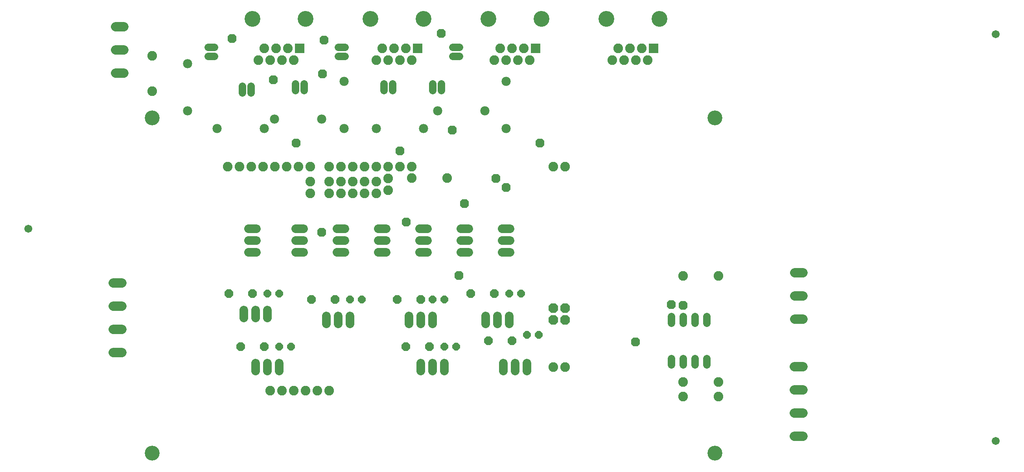
<source format=gbs>
G75*
%MOIN*%
%OFA0B0*%
%FSLAX25Y25*%
%IPPOS*%
%LPD*%
%AMOC8*
5,1,8,0,0,1.08239X$1,22.5*
%
%ADD10C,0.12611*%
%ADD11C,0.06706*%
%ADD12C,0.08200*%
%ADD13R,0.08200X0.08200*%
%ADD14C,0.13398*%
%ADD15OC8,0.08200*%
%ADD16C,0.06400*%
%ADD17OC8,0.07100*%
%ADD18OC8,0.06400*%
%ADD19C,0.07800*%
%ADD20C,0.07200*%
%ADD21C,0.07900*%
%ADD22OC8,0.07556*%
D10*
X0177044Y0133303D03*
X0177044Y0417949D03*
X0653816Y0417949D03*
X0653816Y0133303D03*
D11*
X0891965Y0143933D03*
X0891965Y0488933D03*
X0071965Y0323933D03*
D12*
X0240965Y0376433D03*
X0250965Y0376433D03*
X0260965Y0376433D03*
X0270965Y0376433D03*
X0280965Y0376433D03*
X0290965Y0376433D03*
X0300965Y0376433D03*
X0310965Y0376433D03*
X0310965Y0363933D03*
X0310965Y0353933D03*
X0326965Y0353933D03*
X0336965Y0353933D03*
X0346965Y0353933D03*
X0356965Y0353933D03*
X0366965Y0353933D03*
X0376965Y0356433D03*
X0376965Y0366433D03*
X0366965Y0363933D03*
X0356965Y0363933D03*
X0346965Y0363933D03*
X0336965Y0363933D03*
X0326965Y0363933D03*
X0326965Y0376433D03*
X0336965Y0376433D03*
X0346965Y0376433D03*
X0356965Y0376433D03*
X0366965Y0376433D03*
X0376965Y0376433D03*
X0386965Y0376433D03*
X0396965Y0376433D03*
X0396965Y0366728D03*
X0426965Y0366728D03*
X0516965Y0376433D03*
X0526965Y0376433D03*
X0496965Y0466728D03*
X0486965Y0466728D03*
X0476965Y0466728D03*
X0466965Y0466728D03*
X0471965Y0476728D03*
X0481965Y0476728D03*
X0491965Y0476728D03*
X0566965Y0466728D03*
X0576965Y0466728D03*
X0586965Y0466728D03*
X0596965Y0466728D03*
X0591965Y0476728D03*
X0581965Y0476728D03*
X0571965Y0476728D03*
X0396965Y0466728D03*
X0386965Y0466728D03*
X0376965Y0466728D03*
X0366965Y0466728D03*
X0371965Y0476728D03*
X0381965Y0476728D03*
X0391965Y0476728D03*
X0296965Y0466728D03*
X0286965Y0466728D03*
X0276965Y0466728D03*
X0266965Y0466728D03*
X0271965Y0476728D03*
X0281965Y0476728D03*
X0291965Y0476728D03*
X0176965Y0470478D03*
X0176965Y0440478D03*
X0516965Y0206433D03*
X0526965Y0206433D03*
X0626965Y0193933D03*
X0626965Y0181433D03*
X0656965Y0181433D03*
X0656965Y0193933D03*
X0656965Y0283933D03*
X0626965Y0283933D03*
X0326965Y0186433D03*
X0316965Y0186433D03*
X0306965Y0186433D03*
X0296965Y0186433D03*
X0286965Y0186433D03*
X0276965Y0186433D03*
D13*
X0301965Y0476728D03*
X0401965Y0476728D03*
X0501965Y0476728D03*
X0601965Y0476728D03*
D14*
X0606965Y0501728D03*
X0561965Y0501728D03*
X0506965Y0501728D03*
X0461965Y0501728D03*
X0406965Y0501728D03*
X0361965Y0501728D03*
X0306965Y0501728D03*
X0261965Y0501728D03*
D15*
X0516965Y0256433D03*
X0516965Y0246433D03*
X0526965Y0246433D03*
X0526965Y0256433D03*
D16*
X0616965Y0249533D02*
X0616965Y0243933D01*
X0626965Y0243933D02*
X0626965Y0249533D01*
X0636965Y0249533D02*
X0636965Y0243933D01*
X0646965Y0243933D02*
X0646965Y0249533D01*
X0646965Y0213933D02*
X0646965Y0208333D01*
X0636965Y0208333D02*
X0636965Y0213933D01*
X0626965Y0213933D02*
X0626965Y0208333D01*
X0616965Y0208333D02*
X0616965Y0213933D01*
X0421965Y0441133D02*
X0421965Y0446733D01*
X0414465Y0446733D02*
X0414465Y0441133D01*
X0380715Y0441133D02*
X0380715Y0446733D01*
X0373215Y0446733D02*
X0373215Y0441133D01*
X0340340Y0470183D02*
X0334740Y0470183D01*
X0334740Y0477683D02*
X0340340Y0477683D01*
X0305715Y0446733D02*
X0305715Y0441133D01*
X0298215Y0441133D02*
X0298215Y0446733D01*
X0260715Y0444708D02*
X0260715Y0439108D01*
X0253215Y0439108D02*
X0253215Y0444708D01*
X0229765Y0470183D02*
X0224165Y0470183D01*
X0224165Y0477683D02*
X0229765Y0477683D01*
X0431665Y0477683D02*
X0437265Y0477683D01*
X0437265Y0470183D02*
X0431665Y0470183D01*
D17*
X0446965Y0268933D03*
X0466965Y0268933D03*
X0461965Y0228933D03*
X0481965Y0228933D03*
X0411965Y0223933D03*
X0391965Y0223933D03*
X0384465Y0263933D03*
X0404465Y0263933D03*
X0331965Y0263933D03*
X0311965Y0263933D03*
X0261965Y0268933D03*
X0241965Y0268933D03*
X0251965Y0223933D03*
X0271965Y0223933D03*
D18*
X0284465Y0223933D03*
X0294465Y0223933D03*
X0284465Y0268933D03*
X0274465Y0268933D03*
X0344465Y0263933D03*
X0354465Y0263933D03*
X0414465Y0263933D03*
X0424465Y0263933D03*
X0479465Y0268933D03*
X0489465Y0268933D03*
X0494465Y0233933D03*
X0504465Y0233933D03*
X0434465Y0223933D03*
X0424465Y0223933D03*
D19*
X0406965Y0408933D03*
X0418990Y0423933D03*
X0458990Y0423933D03*
X0476965Y0408933D03*
X0476965Y0448933D03*
X0366965Y0408933D03*
X0339465Y0408933D03*
X0320715Y0416908D03*
X0280715Y0416908D03*
X0271965Y0408933D03*
X0231965Y0408933D03*
X0206965Y0423933D03*
X0206965Y0463933D03*
X0339465Y0448933D03*
D20*
X0340165Y0323933D02*
X0333765Y0323933D01*
X0333765Y0313933D02*
X0340165Y0313933D01*
X0340165Y0303933D02*
X0333765Y0303933D01*
X0305165Y0303933D02*
X0298765Y0303933D01*
X0298765Y0313933D02*
X0305165Y0313933D01*
X0305165Y0323933D02*
X0298765Y0323933D01*
X0265165Y0323933D02*
X0258765Y0323933D01*
X0258765Y0313933D02*
X0265165Y0313933D01*
X0265165Y0303933D02*
X0258765Y0303933D01*
X0254465Y0254633D02*
X0254465Y0248233D01*
X0264465Y0248233D02*
X0264465Y0254633D01*
X0274465Y0254633D02*
X0274465Y0248233D01*
X0324465Y0249633D02*
X0324465Y0243233D01*
X0334465Y0243233D02*
X0334465Y0249633D01*
X0344465Y0249633D02*
X0344465Y0243233D01*
X0394465Y0243233D02*
X0394465Y0249633D01*
X0404465Y0249633D02*
X0404465Y0243233D01*
X0414465Y0243233D02*
X0414465Y0249633D01*
X0459465Y0249633D02*
X0459465Y0243233D01*
X0469465Y0243233D02*
X0469465Y0249633D01*
X0479465Y0249633D02*
X0479465Y0243233D01*
X0474465Y0209633D02*
X0474465Y0203233D01*
X0484465Y0203233D02*
X0484465Y0209633D01*
X0494465Y0209633D02*
X0494465Y0203233D01*
X0424465Y0203233D02*
X0424465Y0209633D01*
X0414465Y0209633D02*
X0414465Y0203233D01*
X0404465Y0203233D02*
X0404465Y0209633D01*
X0284465Y0209633D02*
X0284465Y0203233D01*
X0274465Y0203233D02*
X0274465Y0209633D01*
X0264465Y0209633D02*
X0264465Y0203233D01*
X0368765Y0303933D02*
X0375165Y0303933D01*
X0375165Y0313933D02*
X0368765Y0313933D01*
X0368765Y0323933D02*
X0375165Y0323933D01*
X0403765Y0323933D02*
X0410165Y0323933D01*
X0410165Y0313933D02*
X0403765Y0313933D01*
X0403765Y0303933D02*
X0410165Y0303933D01*
X0438765Y0303933D02*
X0445165Y0303933D01*
X0445165Y0313933D02*
X0438765Y0313933D01*
X0438765Y0323933D02*
X0445165Y0323933D01*
X0473765Y0323933D02*
X0480165Y0323933D01*
X0480165Y0313933D02*
X0473765Y0313933D01*
X0473765Y0303933D02*
X0480165Y0303933D01*
D21*
X0721486Y0286413D02*
X0728586Y0286413D01*
X0728586Y0266728D02*
X0721486Y0266728D01*
X0721486Y0247043D02*
X0728586Y0247043D01*
X0728507Y0206886D02*
X0721407Y0206886D01*
X0721407Y0187201D02*
X0728507Y0187201D01*
X0728507Y0167516D02*
X0721407Y0167516D01*
X0721407Y0147831D02*
X0728507Y0147831D01*
X0151186Y0218636D02*
X0144086Y0218636D01*
X0144086Y0238321D02*
X0151186Y0238321D01*
X0151186Y0258006D02*
X0144086Y0258006D01*
X0144086Y0277691D02*
X0151186Y0277691D01*
X0152936Y0455793D02*
X0145836Y0455793D01*
X0145836Y0475478D02*
X0152936Y0475478D01*
X0152936Y0495163D02*
X0145836Y0495163D01*
D22*
X0244465Y0485183D03*
X0279465Y0450183D03*
X0321390Y0455183D03*
X0322640Y0483933D03*
X0421865Y0489508D03*
X0431365Y0407433D03*
X0386915Y0389833D03*
X0441665Y0345233D03*
X0468215Y0366433D03*
X0476965Y0358933D03*
X0505715Y0396433D03*
X0392165Y0329533D03*
X0436865Y0284033D03*
X0320615Y0320758D03*
X0299015Y0396358D03*
X0586565Y0227733D03*
X0616940Y0259333D03*
X0626965Y0258933D03*
M02*

</source>
